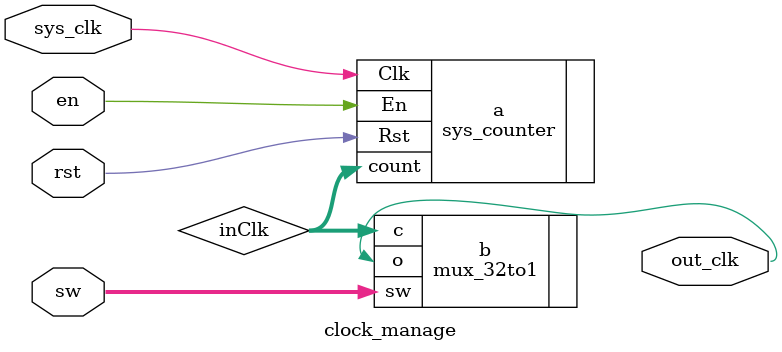
<source format=v>
`timescale 1ns / 1ps


module clock_manage(
    input sys_clk,rst,en,
    input [4:0]sw,
    output out_clk
    );
    wire [31:0]inClk;
    sys_counter a(.Clk(sys_clk),.Rst(rst),.En(en),.count(inClk));
    mux_32to1 b(.c(inClk),.sw(sw),.o(out_clk));
endmodule

</source>
